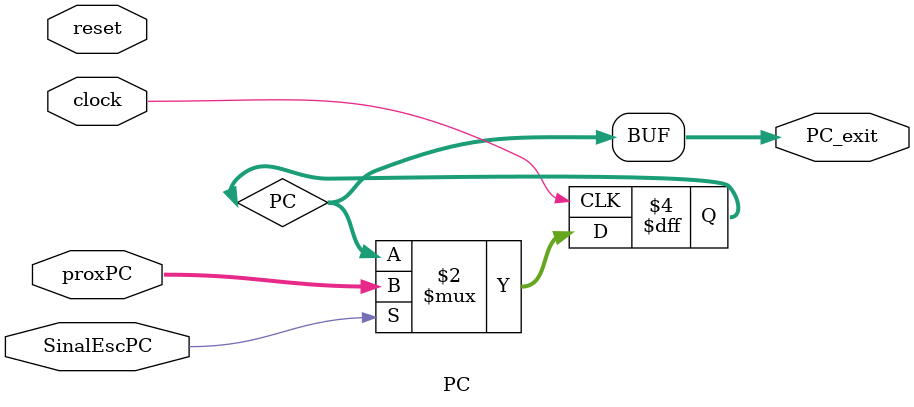
<source format=v>
/*
Implementação em Verilog dos componentes do nRisc que armazenam estado.
Aluno: Alexandre Roque.
Disciplina: Arquitetura e Organização de Computadores.
Professor: Mateus Felipe Tymburibá Ferreira.
*/
module PC (proxPC, PC_exit, SinalEscPC, clock, reset);
    input SinalEscPC, clock, reset;
	 input [7:0] proxPC;
    reg [7:0] PC;
	 output [7:0] PC_exit;
	 
	 assign PC_exit = PC;
	 
    always 
        @(negedge clock) begin
        if (SinalEscPC)
            PC <= proxPC;
    end //always
	 
endmodule


</source>
